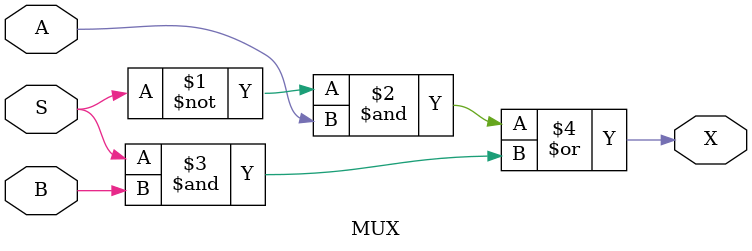
<source format=v>
module MUX(
	input S ,  // S denotes the Select line
	input A ,  // A denotes the Input when S=0
	input B ,  // B denotes the Input when S=0
	output X   // X denotes the Output of the 2*1 mux
						);
assign X  =  ~S&A | S&B ;

endmodule

</source>
